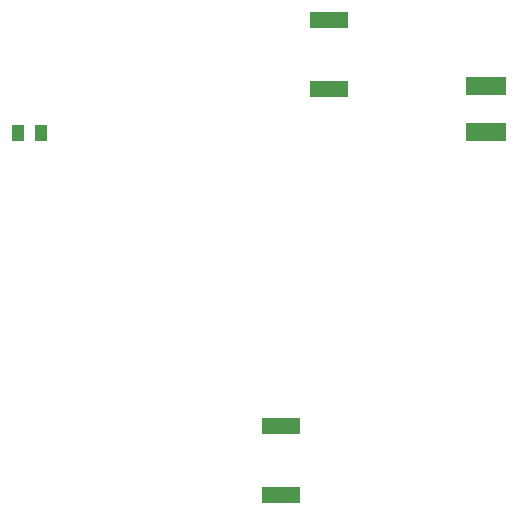
<source format=gtp>
G04 Layer_Color=8421504*
%FSLAX24Y24*%
%MOIN*%
G70*
G01*
G75*
%ADD10R,0.1299X0.0532*%
%ADD11R,0.0394X0.0551*%
%ADD12R,0.1378X0.0630*%
D10*
X67700Y58761D02*
D03*
Y56458D02*
D03*
X66104Y42939D02*
D03*
Y45243D02*
D03*
D11*
X58080Y55011D02*
D03*
X57332D02*
D03*
D12*
X72930Y55016D02*
D03*
Y56551D02*
D03*
M02*

</source>
